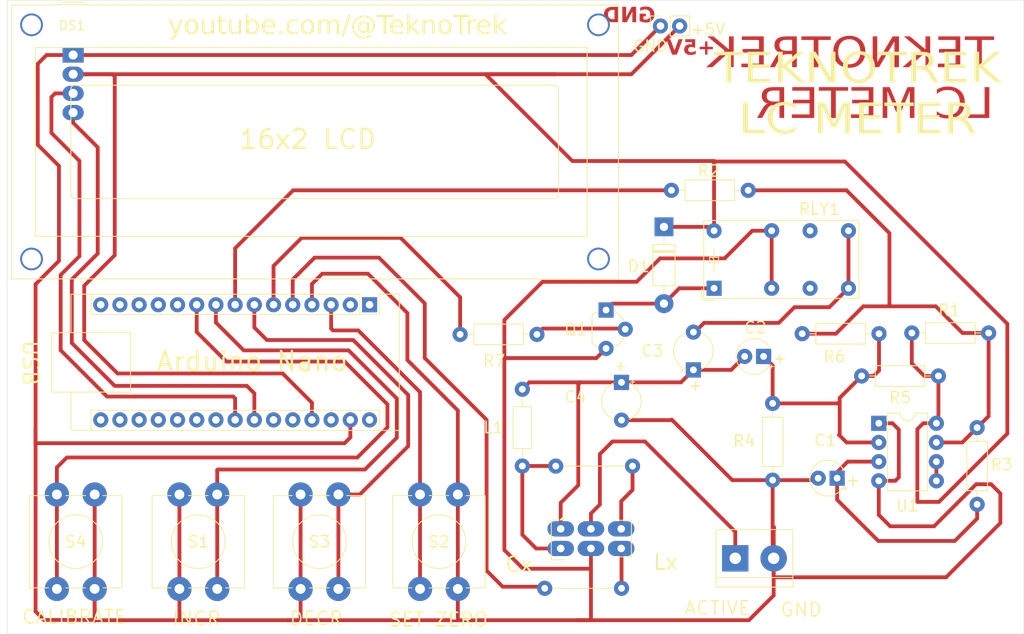
<source format=kicad_pcb>
(kicad_pcb (version 20241229) (generator "pcbnew") (generator_version "9.0")
  (layers (0 "F.Cu" signal) (2 "B.Cu" signal) (13 "F.Paste" user) (15 "B.Paste" user) (5 "F.SilkS" user "F.Silkscreen") (7 "B.SilkS" user "B.Silkscreen") (1 "F.Mask" user) (3 "B.Mask" user) (25 "Edge.Cuts" user))
  (net 0 "")
  (net 19 "Net-(A1-A5)")
  (net 20 "Net-(A1-+5V)")
  (net 21 "Net-(A1-A4)")
  (net 22 "Net-(A1-~{RESET}-Pad3)")
  (net 23 "GND")
  (net 24 "Net-(A1-D7)")
  (net 25 "Net-(A1-D6)")
  (net 26 "Net-(A1-D4)")
  (net 27 "Net-(U1--)")
  (net 28 "Net-(U1-+)")
  (net 29 "Net-(J1-Pin_1)")
  (net 30 "Net-(R1-Pad2)")
  (net 33 "Net-(U1-BAL)")
  (net 34 "Net-(D1-A)")
  (net 35 "Net-(Q1-B)")
  (net 36 "Net-(JP1-B)")
  (net 37 "Net-(JP1-A)")
  (net 38 "Net-(C2-Pad2)")
  (net 39 "Net-(A1-D3)")
  (net 40 "Net-(A1-D2)")
  (net 41 "Net-(C3-Pad2)")
  (net 42 "Net-(JP2-A)")
  (net 43 "Net-(A1-D5)")
  (footprint "My-Library:WC1602A-I2C" (layer "F.Cu") (at 79.0641 41.89)
    (property "Reference" "DS1" (at -0.1541 0.1 0) (layer "F.SilkS") (effects (font (size 1.2 1.2))))
    (property "Value" "WC1602A-I2C")
    (pad "" thru_hole circle (at -5.4991 0) (size 3 3) (drill 2.5) (layers "*.Cu" "*.Mask"))
    (pad "" thru_hole circle (at -5.4991 31.0007) (size 3 3) (drill 2.5) (layers "*.Cu" "*.Mask"))
    (pad "" thru_hole circle (at 69.49948 31.0007) (size 3 3) (drill 2.5) (layers "*.Cu" "*.Mask"))
    (pad "" thru_hole circle (at 69.5 0) (size 3 3) (drill 2.5) (layers "*.Cu" "*.Mask"))
    (pad "1" thru_hole rect (at 0 4 270) (size 2 2.8) (drill 1.2) (layers "*.Cu" "*.Mask") (net 23 "GND"))
    (pad "2" thru_hole oval (at 0 6.54 270) (size 2 2.8) (drill 1.2) (layers "*.Cu" "*.Mask") (net 20 "Net-(A1-+5V)"))
    (pad "3" thru_hole oval (at 0 9.08 270) (size 2 2.8) (drill 1.2) (layers "*.Cu" "*.Mask") (net 21 "Net-(A1-A4)"))
    (pad "4" thru_hole oval (at 0 11.62 270) (size 2 2.8) (drill 1.2) (layers "*.Cu" "*.Mask") (net 19 "Net-(A1-A5)"))
  )
  (footprint "Connector_PinSocket_2.54mm:PinSocket_1x02_P2.54mm_Vertical" (layer "F.Cu") (at 156.76 42.045 90)
    (property "Reference" "J2" (hide yes))
    (property "Value" "Power in")
    (pad "1" thru_hole circle (at 0 0 90) (size 2 2) (drill 1) (layers "*.Cu" "*.Mask") (net 23 "GND"))
    (pad "2" thru_hole circle (at 0 2.54 90) (size 2 2) (drill 1) (layers "*.Cu" "*.Mask") (net 20 "Net-(A1-+5V)"))
  )
  (footprint "Resistor_THT:R_Axial_DIN0207_L6.3mm_D2.5mm_P10.16mm_Horizontal" (layer "F.Cu") (at 151.61 116.49 180)
    (property "Reference" "JP2" (hide yes))
    (property "Value" "Jumper_2")
    (pad "1" thru_hole circle (at 0 0 270) (size 2 2) (drill 0.9) (layers "*.Cu" "*.Mask") (net 42 "Net-(JP2-A)"))
    (pad "2" thru_hole circle (at 10.16 0 270) (size 2 2) (drill 0.9) (layers "*.Cu" "*.Mask") (net 40 "Net-(A1-D2)"))
  )
  (footprint "Resistor_THT:R_Axial_DIN0207_L6.3mm_D2.5mm_P10.16mm_Horizontal" (layer "F.Cu") (at 185.67 82.78 180)
    (property "Reference" "R6" (at 5.9 -3.05 0) (layer "F.SilkS") (effects (font (size 1.5 1.5) (thickness 0.1875))))
    (property "Value" "100K")
    (pad "1" thru_hole circle (at 0 0 270) (size 2 2) (drill 0.9) (layers "*.Cu" "*.Mask") (net 28 "Net-(U1-+)"))
    (pad "2" thru_hole circle (at 10.16 0 270) (size 2 2) (drill 0.9) (layers "*.Cu" "*.Mask") (net 30 "Net-(R1-Pad2)"))
  )
  (footprint "Button_Switch_THT:SW_PUSH-12mm" (layer "F.Cu") (at 81.915 104.07 -90)
    (property "Reference" "S4" (at 6.25 2.5 180) (layer "F.SilkS") (effects (font (size 1.5 1.5) (thickness 0.1875))))
    (property "Value" "CALIBRATE")
    (pad "1" thru_hole circle (at 0 0 270) (size 3.2 3.2) (drill 1.3) (layers "*.Cu" "*.Mask") (net 23 "GND"))
    (pad "1" thru_hole circle (at 12.5 0 270) (size 3.2 3.2) (drill 1.3) (layers "*.Cu" "*.Mask") (net 23 "GND"))
    (pad "2" thru_hole circle (at 0 5 270) (size 3.2 3.2) (drill 1.3) (layers "*.Cu" "*.Mask") (net 24 "Net-(A1-D7)"))
    (pad "2" thru_hole circle (at 12.5 5 270) (size 3.2 3.2) (drill 1.3) (layers "*.Cu" "*.Mask") (net 24 "Net-(A1-D7)"))
  )
  (footprint "Capacitor_THT:CP_Radial_Tantal_D5.0mm_P5.00mm" (layer "F.Cu") (at 161.12 87.575113 90)
    (property "Reference" "C3" (at 2.525113 -5.42 180) (layer "F.SilkS") (effects (font (size 1.5 1.5) (thickness 0.1875))))
    (property "Value" "1nF")
    (pad "1" thru_hole rect (at 0 0 90) (size 2 2) (drill 0.9) (layers "*.Cu" "*.Mask") (net 38 "Net-(C2-Pad2)"))
    (pad "2" thru_hole circle (at 5 0 90) (size 2 2) (drill 0.9) (layers "*.Cu" "*.Mask") (net 41 "Net-(C3-Pad2)"))
  )
  (footprint "Button_Switch_THT:SW_PUSH-12mm" (layer "F.Cu") (at 93.125 116.57 90)
    (property "Reference" "S1" (at 6.25 2.5 180) (layer "F.SilkS") (effects (font (size 1.5 1.5) (thickness 0.1875))))
    (property "Value" "INCR")
    (pad "1" thru_hole circle (at 0 0 90) (size 3.2 3.2) (drill 1.3) (layers "*.Cu" "*.Mask") (net 23 "GND"))
    (pad "1" thru_hole circle (at 12.5 0 90) (size 3.2 3.2) (drill 1.3) (layers "*.Cu" "*.Mask") (net 23 "GND"))
    (pad "2" thru_hole circle (at 0 5 90) (size 3.2 3.2) (drill 1.3) (layers "*.Cu" "*.Mask") (net 25 "Net-(A1-D6)"))
    (pad "2" thru_hole circle (at 12.5 5 90) (size 3.2 3.2) (drill 1.3) (layers "*.Cu" "*.Mask") (net 25 "Net-(A1-D6)"))
  )
  (footprint "Resistor_THT:R_Axial_DIN0207_L6.3mm_D2.5mm_P10.16mm_Horizontal" (layer "F.Cu") (at 193.53 88.38 180)
    (property "Reference" "R5" (at 5.07 -2.85 0) (layer "F.SilkS") (effects (font (size 1.5 1.5) (thickness 0.1875))))
    (property "Value" "100K")
    (pad "1" thru_hole circle (at 0 0 270) (size 2 2) (drill 0.9) (layers "*.Cu" "*.Mask") (net 20 "Net-(A1-+5V)"))
    (pad "2" thru_hole circle (at 10.16 0 270) (size 2 2) (drill 0.9) (layers "*.Cu" "*.Mask") (net 28 "Net-(U1-+)"))
  )
  (footprint "Capacitor_THT:CP_Radial_Tantal_D5.0mm_P5.00mm" (layer "F.Cu") (at 151.605 89.224888 -90)
    (property "Reference" "C4" (at 1.935112 6.075 0) (layer "F.SilkS") (effects (font (size 1.5 1.5) (thickness 0.1875))))
    (property "Value" "1nF")
    (pad "1" thru_hole rect (at 0 0 270) (size 2 2) (drill 0.9) (layers "*.Cu" "*.Mask") (net 38 "Net-(C2-Pad2)"))
    (pad "2" thru_hole circle (at 5 0 270) (size 2 2) (drill 0.9) (layers "*.Cu" "*.Mask") (net 23 "GND"))
  )
  (footprint "Button_Switch_THT:SW_PUSH-12mm" (layer "F.Cu") (at 124.955 116.57 90)
    (property "Reference" "S2" (at 6.25 2.5 180) (layer "F.SilkS") (effects (font (size 1.5 1.5) (thickness 0.1875))))
    (property "Value" "SET ZERO")
    (pad "1" thru_hole circle (at 0 0 90) (size 3.2 3.2) (drill 1.3) (layers "*.Cu" "*.Mask") (net 22 "Net-(A1-~{RESET}-Pad3)"))
    (pad "1" thru_hole circle (at 12.5 0 90) (size 3.2 3.2) (drill 1.3) (layers "*.Cu" "*.Mask") (net 22 "Net-(A1-~{RESET}-Pad3)"))
    (pad "2" thru_hole circle (at 0 5 90) (size 3.2 3.2) (drill 1.3) (layers "*.Cu" "*.Mask") (net 23 "GND"))
    (pad "2" thru_hole circle (at 12.5 5 90) (size 3.2 3.2) (drill 1.3) (layers "*.Cu" "*.Mask") (net 23 "GND"))
  )
  (footprint "My-Library:TIANBO-HJR1-2CL-05V-footer" (layer "F.Cu") (at 163.85 76.77)
    (property "Reference" "RLY1" (at 13.91 -10.49 0) (layer "F.SilkS") (effects (font (size 1.5 1.5) (thickness 0.1875))))
    (property "Value" "5V/10mA")
    (pad "1" thru_hole circle (at 0 -7.62 90) (size 2 2) (drill 0.9) (layers "*.Cu" "*.Mask") (net 20 "Net-(A1-+5V)"))
    (pad "4" thru_hole circle (at 7.62 -7.62 90) (size 2 2) (drill 0.9) (layers "*.Cu" "*.Mask") (net 23 "GND"))
    (pad "6" thru_hole circle (at 12.7 -7.62 90) (size 2 2) (drill 0.9) (layers "*.Cu" "*.Mask"))
    (pad "8" thru_hole circle (at 17.78 -7.62 90) (size 2 2) (drill 0.9) (layers "*.Cu" "*.Mask") (net 41 "Net-(C3-Pad2)"))
    (pad "9" thru_hole circle (at 17.78 0 90) (size 2 2) (drill 0.9) (layers "*.Cu" "*.Mask") (net 41 "Net-(C3-Pad2)"))
    (pad "11" thru_hole circle (at 12.7 0 90) (size 2 2) (drill 0.9) (layers "*.Cu" "*.Mask"))
    (pad "13" thru_hole circle (at 7.62 0 90) (size 2 2) (drill 0.9) (layers "*.Cu" "*.Mask") (net 23 "GND"))
    (pad "16" thru_hole rect (at 0 0) (size 2 2) (drill 0.9) (layers "*.Cu" "*.Mask") (net 34 "Net-(D1-A)"))
  )
  (footprint "Package_TO_SOT_THT:TO-92_Wide" (layer "F.Cu") (at 149.56 79.65 -90)
    (property "Reference" "Q1" (at 2.57 3.98 180) (layer "F.SilkS") (effects (font (size 1.5 1.5) (thickness 0.1875))))
    (property "Value" "BC547")
    (pad "1" thru_hole rect (at 0 0 270) (size 2 2) (drill 0.9) (layers "*.Cu" "*.Mask") (net 34 "Net-(D1-A)"))
    (pad "2" thru_hole circle (at 2.54 -2.54) (size 2 2) (drill 0.9) (layers "*.Cu" "*.Mask") (net 35 "Net-(Q1-B)"))
    (pad "3" thru_hole circle (at 5.08 0) (size 2 2) (drill 0.9) (layers "*.Cu" "*.Mask") (net 23 "GND"))
  )
  (footprint "My-Library:SW_CK_" (layer "F.Cu") (at 147.565 111.2175)
    (property "Reference" "SW1" (hide yes))
    (property "Value" "SW_Slide_DPDT")
    (pad "1" thru_hole oval (at -4 -2.6) (size 3.5 2) (drill 1) (layers "*.Cu" "*.Mask") (net 38 "Net-(C2-Pad2)"))
    (pad "2" thru_hole oval (at 0 -2.6) (size 3.5 2) (drill 1) (layers "*.Cu" "*.Mask") (net 29 "Net-(J1-Pin_1)"))
    (pad "3" thru_hole oval (at 4 -2.6) (size 3.5 2) (drill 1) (layers "*.Cu" "*.Mask") (net 36 "Net-(JP1-B)"))
    (pad "4" thru_hole oval (at 4 0) (size 3.5 2) (drill 1) (layers "*.Cu" "*.Mask") (net 42 "Net-(JP2-A)"))
    (pad "5" thru_hole oval (at 0 0) (size 3.5 2) (drill 1) (layers "*.Cu" "*.Mask") (net 23 "GND"))
    (pad "6" thru_hole oval (at -4 0) (size 3.5 2) (drill 1) (layers "*.Cu" "*.Mask") (net 37 "Net-(JP1-A)"))
  )
  (footprint "Diode_THT:D_DO-41_SOD81_P10.16mm_Horizontal" (layer "F.Cu") (at 157.22 68.64 -90)
    (property "Reference" "D1" (at 5.23 3.34 180) (layer "F.SilkS") (effects (font (size 1.5 1.5) (thickness 0.1875))))
    (property "Value" "1N4007")
    (pad "1" thru_hole rect (at 0 0 270) (size 2.5 2.5) (drill 1.1) (layers "*.Cu" "*.Mask") (net 20 "Net-(A1-+5V)"))
    (pad "2" thru_hole circle (at 10.16 0 270) (size 2.5 2.5) (drill 1.1) (layers "*.Cu" "*.Mask") (net 34 "Net-(D1-A)"))
  )
  (footprint "Resistor_THT:R_Axial_DIN0207_L6.3mm_D2.5mm_P10.16mm_Horizontal" (layer "F.Cu") (at 190.01 82.69)
    (property "Reference" "R1" (at 4.95 -3.01 0) (layer "F.SilkS") (effects (font (size 1.5 1.5) (thickness 0.1875))))
    (property "Value" "4.7K")
    (pad "1" thru_hole circle (at 0 0 90) (size 2 2) (drill 0.9) (layers "*.Cu" "*.Mask") (net 20 "Net-(A1-+5V)"))
    (pad "2" thru_hole circle (at 10.16 0 90) (size 2 2) (drill 0.9) (layers "*.Cu" "*.Mask") (net 30 "Net-(R1-Pad2)"))
  )
  (footprint "Package_DIP:DIP-8_W7.62mm" (layer "F.Cu") (at 185.64 94.64)
    (property "Reference" "U1" (at 3.77 10.91 0) (layer "F.SilkS") (effects (font (size 1.5 1.5) (thickness 0.1875))))
    (property "Value" "LM311")
    (pad "1" thru_hole rect (at 0 0) (size 2 2) (drill 0.9) (layers "*.Cu" "*.Mask") (net 23 "GND"))
    (pad "2" thru_hole circle (at 0 2.54 90) (size 2 2) (drill 0.9) (layers "*.Cu" "*.Mask") (net 28 "Net-(U1-+)"))
    (pad "3" thru_hole circle (at 0 5.08 90) (size 2 2) (drill 0.9) (layers "*.Cu" "*.Mask") (net 27 "Net-(U1--)"))
    (pad "4" thru_hole circle (at 0 7.62 90) (size 2 2) (drill 0.9) (layers "*.Cu" "*.Mask") (net 23 "GND"))
    (pad "5" thru_hole circle (at 7.62 7.62 90) (size 2 2) (drill 0.9) (layers "*.Cu" "*.Mask") (net 33 "Net-(U1-BAL)"))
    (pad "6" thru_hole circle (at 7.62 5.08 90) (size 2 2) (drill 0.9) (layers "*.Cu" "*.Mask") (net 33 "Net-(U1-BAL)"))
    (pad "7" thru_hole circle (at 7.62 2.54 90) (size 2 2) (drill 0.9) (layers "*.Cu" "*.Mask") (net 30 "Net-(R1-Pad2)"))
    (pad "8" thru_hole circle (at 7.62 0 90) (size 2 2) (drill 0.9) (layers "*.Cu" "*.Mask") (net 20 "Net-(A1-+5V)"))
  )
  (footprint "Resistor_THT:R_Axial_DIN0207_L6.3mm_D2.5mm_P10.16mm_Horizontal" (layer "F.Cu") (at 142.905 100.31)
    (property "Reference" "JP1" (hide yes))
    (property "Value" "Jumper_2")
    (pad "1" thru_hole circle (at 0 0 90) (size 2 2) (drill 0.9) (layers "*.Cu" "*.Mask") (net 37 "Net-(JP1-A)"))
    (pad "2" thru_hole circle (at 10.16 0 90) (size 2 2) (drill 0.9) (layers "*.Cu" "*.Mask") (net 36 "Net-(JP1-B)"))
  )
  (footprint "Resistor_THT:R_Axial_DIN0207_L6.3mm_D2.5mm_P10.16mm_Horizontal" (layer "F.Cu") (at 140.42 82.88 180)
    (property "Reference" "R7" (at 5.66 -3.48 0) (layer "F.SilkS") (effects (font (size 1.5 1.5) (thickness 0.1875))))
    (property "Value" "1K")
    (pad "1" thru_hole circle (at 0 0 270) (size 2 2) (drill 0.9) (layers "*.Cu" "*.Mask") (net 35 "Net-(Q1-B)"))
    (pad "2" thru_hole circle (at 10.16 0 270) (size 2 2) (drill 0.9) (layers "*.Cu" "*.Mask") (net 39 "Net-(A1-D3)"))
  )
  (footprint "Capacitor_THT:CP_Radial_Tantal_D4.5mm_P2.50mm" (layer "F.Cu") (at 180.128856 101.91 180)
    (property "Reference" "C1" (at 1.568856 5.01 0) (layer "F.SilkS") (effects (font (size 1.5 1.5) (thickness 0.1875))))
    (property "Value" "10uF")
    (pad "1" thru_hole rect (at 0 0 180) (size 2 2) (drill 0.9) (layers "*.Cu" "*.Mask") (net 27 "Net-(U1--)"))
    (pad "2" thru_hole circle (at 2.5 0 270) (size 2 2) (drill 0.9) (layers "*.Cu" "*.Mask") (net 23 "GND"))
  )
  (footprint "Resistor_THT:R_Axial_DIN0207_L6.3mm_D2.5mm_P10.16mm_Horizontal" (layer "F.Cu") (at 198.65 105.38 90)
    (property "Reference" "R3" (at 5.25 3.25 180) (layer "F.SilkS") (effects (font (size 1.5 1.5) (thickness 0.1875))))
    (property "Value" "47K")
    (pad "1" thru_hole circle (at 0 0 180) (size 2 2) (drill 0.9) (layers "*.Cu" "*.Mask") (net 27 "Net-(U1--)"))
    (pad "2" thru_hole circle (at 10.16 0 180) (size 2 2) (drill 0.9) (layers "*.Cu" "*.Mask") (net 30 "Net-(R1-Pad2)"))
  )
  (footprint "Resistor_THT:R_Axial_DIN0207_L6.3mm_D2.5mm_P10.16mm_Horizontal" (layer "F.Cu") (at 171.6 92.01 -90)
    (property "Reference" "R4" (at 4.99 3.77 180) (layer "F.SilkS") (effects (font (size 1.5 1.5) (thickness 0.1875))))
    (property "Value" "100K")
    (pad "1" thru_hole circle (at 0 0) (size 2 2) (drill 0.9) (layers "*.Cu" "*.Mask") (net 28 "Net-(U1-+)"))
    (pad "2" thru_hole circle (at 10.16 0) (size 2 2) (drill 0.9) (layers "*.Cu" "*.Mask") (net 23 "GND"))
  )
  (footprint "Capacitor_THT:CP_Radial_Tantal_D4.5mm_P2.50mm" (layer "F.Cu") (at 170.398856 85.79 180)
    (property "Reference" "C2" (at 1.098856 3.82 0) (layer "F.SilkS") (effects (font (size 1.5 1.5) (thickness 0.1875))))
    (property "Value" "10uF")
    (pad "1" thru_hole rect (at 0 0 180) (size 2 2) (drill 0.9) (layers "*.Cu" "*.Mask") (net 28 "Net-(U1-+)"))
    (pad "2" thru_hole circle (at 2.5 0 270) (size 2 2) (drill 0.9) (layers "*.Cu" "*.Mask") (net 38 "Net-(C2-Pad2)"))
  )
  (footprint "Button_Switch_THT:SW_PUSH-12mm" (layer "F.Cu") (at 109.155 116.57 90)
    (property "Reference" "S3" (at 6.25 2.5 180) (layer "F.SilkS") (effects (font (size 1.5 1.5) (thickness 0.1875))))
    (property "Value" "DECR")
    (pad "1" thru_hole circle (at 0 0 90) (size 3.2 3.2) (drill 1.3) (layers "*.Cu" "*.Mask") (net 23 "GND"))
    (pad "1" thru_hole circle (at 12.5 0 90) (size 3.2 3.2) (drill 1.3) (layers "*.Cu" "*.Mask") (net 23 "GND"))
    (pad "2" thru_hole circle (at 0 5 90) (size 3.2 3.2) (drill 1.3) (layers "*.Cu" "*.Mask") (net 26 "Net-(A1-D4)"))
    (pad "2" thru_hole circle (at 12.5 5 90) (size 3.2 3.2) (drill 1.3) (layers "*.Cu" "*.Mask") (net 26 "Net-(A1-D4)"))
  )
  (footprint "TerminalBlock:TerminalBlock_bornier-2_P5.08mm" (layer "F.Cu") (at 166.655 112.52)
    (property "Reference" "J1" (hide yes))
    (property "Value" "Cx/Lx")
    (pad "1" thru_hole rect (at 0 0) (size 3.5 3.5) (drill 1.52) (layers "*.Cu" "*.Mask") (net 29 "Net-(J1-Pin_1)"))
    (pad "2" thru_hole circle (at 5.08 0) (size 3.5 3.5) (drill 1.52) (layers "*.Cu" "*.Mask") (net 23 "GND"))
  )
  (footprint "Resistor_THT:R_Axial_DIN0207_L6.3mm_D2.5mm_P10.16mm_Horizontal" (layer "F.Cu") (at 168.37 63.8 180)
    (property "Reference" "R2" (at 5.23 2.56 0) (layer "F.SilkS") (effects (font (size 1.5 1.5) (thickness 0.1875))))
    (property "Value" "6.8K")
    (pad "1" thru_hole circle (at 0 0 180) (size 2 2) (drill 0.9) (layers "*.Cu" "*.Mask") (net 30 "Net-(R1-Pad2)"))
    (pad "2" thru_hole circle (at 10.16 0 180) (size 2 2) (drill 0.9) (layers "*.Cu" "*.Mask") (net 43 "Net-(A1-D5)"))
  )
  (footprint "Module:Arduino_Nano" (layer "F.Cu") (at 118.275 78.95 -90)
    (property "Reference" "A1" (hide yes))
    (property "Value" "Arduino_Nano_v3.x")
    (fp_text user "USB" (at 7.71 44.875 270) (layer "F.SilkS") (effects (font (size 2 2) (thickness 0.25))))
    (pad "1" thru_hole rect (at 0 0 270) (size 2 2) (drill 1) (layers "*.Cu" "*.Mask"))
    (pad "2" thru_hole oval (at 0 2.54 270) (size 2 2) (drill 1) (layers "*.Cu" "*.Mask"))
    (pad "3" thru_hole oval (at 0 5.08 270) (size 2 2) (drill 1) (layers "*.Cu" "*.Mask") (net 22 "Net-(A1-~{RESET}-Pad3)"))
    (pad "4" thru_hole oval (at 0 7.62 270) (size 2 2) (drill 1) (layers "*.Cu" "*.Mask") (net 23 "GND"))
    (pad "5" thru_hole oval (at 0 10.16 270) (size 2 2) (drill 1) (layers "*.Cu" "*.Mask") (net 40 "Net-(A1-D2)"))
    (pad "6" thru_hole oval (at 0 12.7 270) (size 2 2) (drill 1) (layers "*.Cu" "*.Mask") (net 39 "Net-(A1-D3)"))
    (pad "7" thru_hole oval (at 0 15.24 270) (size 2 2) (drill 1) (layers "*.Cu" "*.Mask") (net 26 "Net-(A1-D4)"))
    (pad "8" thru_hole oval (at 0 17.78 270) (size 2 2) (drill 1) (layers "*.Cu" "*.Mask") (net 43 "Net-(A1-D5)"))
    (pad "9" thru_hole oval (at 0 20.32 270) (size 2 2) (drill 1) (layers "*.Cu" "*.Mask") (net 25 "Net-(A1-D6)"))
    (pad "10" thru_hole oval (at 0 22.86 270) (size 2 2) (drill 1) (layers "*.Cu" "*.Mask") (net 24 "Net-(A1-D7)"))
    (pad "11" thru_hole oval (at 0 25.4 270) (size 2 2) (drill 1) (layers "*.Cu" "*.Mask"))
    (pad "12" thru_hole oval (at 0 27.94 270) (size 2 2) (drill 1) (layers "*.Cu" "*.Mask"))
    (pad "13" thru_hole oval (at 0 30.48 270) (size 2 2) (drill 1) (layers "*.Cu" "*.Mask"))
    (pad "14" thru_hole oval (at 0 33.02 270) (size 2 2) (drill 1) (layers "*.Cu" "*.Mask"))
    (pad "15" thru_hole oval (at 0 35.56 270) (size 2 2) (drill 1) (layers "*.Cu" "*.Mask"))
    (pad "16" thru_hole oval (at 15.24 35.56 270) (size 2 2) (drill 1) (layers "*.Cu" "*.Mask"))
    (pad "17" thru_hole oval (at 15.24 33.02 270) (size 2 2) (drill 1) (layers "*.Cu" "*.Mask"))
    (pad "18" thru_hole oval (at 15.24 30.48 270) (size 2 2) (drill 1) (layers "*.Cu" "*.Mask"))
    (pad "19" thru_hole oval (at 15.24 27.94 270) (size 2 2) (drill 1) (layers "*.Cu" "*.Mask"))
    (pad "20" thru_hole oval (at 15.24 25.4 270) (size 2 2) (drill 1) (layers "*.Cu" "*.Mask"))
    (pad "21" thru_hole oval (at 15.24 22.86 270) (size 2 2) (drill 1) (layers "*.Cu" "*.Mask"))
    (pad "22" thru_hole oval (at 15.24 20.32 270) (size 2 2) (drill 1) (layers "*.Cu" "*.Mask"))
    (pad "23" thru_hole oval (at 15.24 17.78 270) (size 2 2) (drill 1) (layers "*.Cu" "*.Mask") (net 21 "Net-(A1-A4)"))
    (pad "24" thru_hole oval (at 15.24 15.24 270) (size 2 2) (drill 1) (layers "*.Cu" "*.Mask") (net 19 "Net-(A1-A5)"))
    (pad "25" thru_hole oval (at 15.24 12.7 270) (size 2 2) (drill 1) (layers "*.Cu" "*.Mask"))
    (pad "26" thru_hole oval (at 15.24 10.16 270) (size 2 2) (drill 1) (layers "*.Cu" "*.Mask"))
    (pad "27" thru_hole oval (at 15.24 7.62 270) (size 2 2) (drill 1) (layers "*.Cu" "*.Mask") (net 20 "Net-(A1-+5V)"))
    (pad "28" thru_hole oval (at 15.24 5.08 270) (size 2 2) (drill 1) (layers "*.Cu" "*.Mask"))
    (pad "29" thru_hole oval (at 15.24 2.54 270) (size 2 2) (drill 1) (layers "*.Cu" "*.Mask") (net 23 "GND"))
    (pad "30" thru_hole oval (at 15.24 0 270) (size 2 2) (drill 1) (layers "*.Cu" "*.Mask"))
  )
  (footprint "Inductor_THT:L_Axial_L5.3mm_D2.2mm_P10.16mm_Horizontal_Vishay_IM-1" (layer "F.Cu") (at 138.485 100.3 90)
    (property "Reference" "L1" (at 5.11 -3.825 180) (layer "F.SilkS") (effects (font (size 1.5 1.5) (thickness 0.1875))))
    (property "Value" "100uH")
    (pad "1" thru_hole circle (at 0 0 180) (size 2 2) (drill 0.9) (layers "*.Cu" "*.Mask") (net 37 "Net-(JP1-A)"))
    (pad "2" thru_hole circle (at 10.16 0 180) (size 2 2) (drill 0.9) (layers "*.Cu" "*.Mask") (net 38 "Net-(C2-Pad2)"))
  )
  (gr_rect (start 70.33 38.63) (end 204.83 122.525) (stroke (width 0.05)) (fill no) (layer "Edge.Cuts"))
  (gr_text "GND" (at 156.095 40.715 0) (layer "F.Cu") (effects (font (size 2 2) (thickness 0.25) (bold yes)) (justify left mirror)))
  (gr_text "TEKNOTREK\nLC METER" (at 200.88 49.2 0) (layer "F.Cu") (effects (font (size 4 4.5) (thickness 0.5)) (justify left mirror)))
  (gr_text "+5V" (at 163.99 46.18 0) (layer "F.Cu") (effects (font (size 2 2) (thickness 0.25) (bold yes)) (justify left bottom mirror)))
  (gr_text "youtube.com/@TeknoTrek" (at 91.6 43.54 0) (layer "F.SilkS") (effects (font (size 2.5 2.5) (thickness 0.125)) (justify left bottom)))
  (gr_text "CALIBRATE" (at 72.18 121.32 0) (layer "F.SilkS") (effects (font (size 1.8 1.8) (thickness 0.1875)) (justify left bottom)))
  (gr_text "Lx" (at 155.65 114.19 0) (layer "F.SilkS") (effects (font (size 2 2) (thickness 0.25)) (justify left bottom)))
  (gr_text "+" (at 181.191144 103.02 0) (layer "F.SilkS") (effects (font (size 1.5 1.5) (thickness 0.1875)) (justify left bottom)))
  (gr_text "INCR" (at 92.09 121.54 0) (layer "F.SilkS") (effects (font (size 1.8 1.8) (thickness 0.1875)) (justify left bottom)))
  (gr_text "+5V" (at 160.63 43.375 0) (layer "F.SilkS") (effects (font (size 1.5 1.5) (thickness 0.1875)) (justify left bottom)))
  (gr_text "GND" (at 153.01 45.59 0) (layer "F.SilkS") (effects (font (size 1.5 1.5) (thickness 0.1875)) (justify left bottom)))
  (gr_text "+" (at 160.33 90.46 0) (layer "F.SilkS") (effects (font (size 1.5 1.5) (thickness 0.1875)) (justify left bottom)))
  (gr_text "+" (at 171.461144 86.9 0) (layer "F.SilkS") (effects (font (size 1.5 1.5) (thickness 0.1875)) (justify left bottom)))
  (gr_text "16x2 LCD " (at 100.84 58.5 0) (layer "F.SilkS") (effects (font (size 2.5 2.5) (thickness 0.3125)) (justify left bottom)))
  (gr_text "+" (at 150.43 87.88 0) (layer "F.SilkS") (effects (font (size 1.5 1.5) (thickness 0.1875)) (justify left bottom)))
  (gr_text "SET ZERO" (at 120.67 121.7 0) (layer "F.SilkS") (effects (font (size 1.8 1.8) (thickness 0.225)) (justify left bottom)))
  (gr_text "Arduino Nano" (at 89.94 87.9 0) (layer "F.SilkS") (effects (font (size 2.5 2.5) (thickness 0.3125)) (justify left bottom)))
  (gr_text "DECR" (at 107.59 121.54 0) (layer "F.SilkS") (effects (font (size 1.8 1.8) (thickness 0.1875)) (justify left bottom)))
  (gr_text "Cx" (at 136.06 114.49 0) (layer "F.SilkS") (effects (font (size 2 2) (thickness 0.25)) (justify left bottom)))
  (gr_text "TEKNOTREK\nLC METER" (at 182.84 51.23 0) (layer "F.SilkS") (effects (font (size 4 4.5) (thickness 0.5))))
  (gr_text "GND" (at 172.51 120.38 0) (layer "F.SilkS") (effects (font (size 1.8 1.8) (thickness 0.1875)) (justify left bottom)))
  (gr_text "ACTIVE" (at 159.81 120.16 0) (layer "F.SilkS") (effects (font (size 1.8 1.8) (thickness 0.1875)) (justify left bottom)))
  (segment (start 103.035 90.68) (end 103.035 94.19) (width 0.5) (layer "F.Cu") (net 19))
  (segment (start 79.0641 53.51) (end 79.0641 54.8541) (width 0.5) (layer "F.Cu") (net 19))
  (segment (start 82.32 72.17) (end 78.89 75.6) (width 0.5) (layer "F.Cu") (net 19))
  (segment (start 84.565 89.69) (end 102.045 89.69) (width 0.5) (layer "F.Cu") (net 19))
  (segment (start 79.0641 54.8541) (end 82.32 58.11) (width 0.5) (layer "F.Cu") (net 19))
  (segment (start 102.045 89.69) (end 103.035 90.68) (width 0.5) (layer "F.Cu") (net 19))
  (segment (start 78.89 75.6) (end 78.89 84.015) (width 0.5) (layer "F.Cu") (net 19))
  (segment (start 82.32 58.11) (end 82.32 72.17) (width 0.5) (layer "F.Cu") (net 19))
  (segment (start 78.89 84.015) (end 84.565 89.69) (width 0.5) (layer "F.Cu") (net 19))
  (segment (start 80.53 76.43) (end 80.53 83.635) (width 0.5) (layer "F.Cu") (net 20))
  (segment (start 84.945 88.05) (end 106.78 88.05) (width 0.5) (layer "F.Cu") (net 20))
  (segment (start 110.655 91.925) (end 110.655 94.19) (width 0.5) (layer "F.Cu") (net 20))
  (segment (start 181.16 59.99) (end 163.85 59.99) (width 0.5) (layer "F.Cu") (net 20))
  (segment (start 190.74 95.42) (end 190.74 105.05) (width 0.5) (layer "F.Cu") (net 20))
  (segment (start 163.85 59.92) (end 145.1 59.92) (width 0.5) (layer "F.Cu") (net 20))
  (segment (start 145.1 59.92) (end 133.61 48.43) (width 0.5) (layer "F.Cu") (net 20))
  (segment (start 157.22 68.64) (end 163.34 68.64) (width 0.5) (layer "F.Cu") (net 20))
  (segment (start 193.53 94.37) (end 193.26 94.64) (width 0.5) (layer "F.Cu") (net 20))
  (segment (start 193.6 105.05) (end 202.64 96.01) (width 0.5) (layer "F.Cu") (net 20))
  (segment (start 193.53 88.38) (end 193.53 94.37) (width 0.5) (layer "F.Cu") (net 20))
  (segment (start 106.78 88.05) (end 110.655 91.925) (width 0.5) (layer "F.Cu") (net 20))
  (segment (start 202.64 81.47) (end 181.16 59.99) (width 0.5) (layer "F.Cu") (net 20))
  (segment (start 190.01 82.69) (end 190.01 86.72) (width 0.5) (layer "F.Cu") (net 20))
  (segment (start 79.0641 48.43) (end 84.27 48.43) (width 0.5) (layer "F.Cu") (net 20))
  (segment (start 191.67 88.38) (end 193.53 88.38) (width 0.5) (layer "F.Cu") (net 20))
  (segment (start 84.57 72.39) (end 80.53 76.43) (width 0.5) (layer "F.Cu") (net 20))
  (segment (start 191.52 94.64) (end 190.74 95.42) (width 0.5) (layer "F.Cu") (net 20))
  (segment (start 159.3 42.045) (end 152.915 48.43) (width 0.5) (layer "F.Cu") (net 20))
  (segment (start 163.85 69.15) (end 163.85 59.92) (width 0.5) (layer "F.Cu") (net 20))
  (segment (start 152.915 48.43) (end 142.91 48.43) (width 0.5) (layer "F.Cu") (net 20))
  (segment (start 163.34 68.64) (end 163.85 69.15) (width 0.5) (layer "F.Cu") (net 20))
  (segment (start 80.53 83.635) (end 84.945 88.05) (width 0.5) (layer "F.Cu") (net 20))
  (segment (start 84.57 48.73) (end 84.57 72.39) (width 0.5) (layer "F.Cu") (net 20))
  (segment (start 190.01 86.72) (end 191.67 88.38) (width 0.5) (layer "F.Cu") (net 20))
  (segment (start 133.61 48.43) (end 142.91 48.43) (width 0.5) (layer "F.Cu") (net 20))
  (segment (start 190.74 105.05) (end 193.6 105.05) (width 0.5) (layer "F.Cu") (net 20))
  (segment (start 142.91 48.43) (end 79.0641 48.43) (width 0.5) (layer "F.Cu") (net 20))
  (segment (start 84.27 48.43) (end 84.57 48.73) (width 0.5) (layer "F.Cu") (net 20))
  (segment (start 202.64 96.01) (end 202.64 81.47) (width 0.5) (layer "F.Cu") (net 20))
  (segment (start 193.26 94.64) (end 191.52 94.64) (width 0.5) (layer "F.Cu") (net 20))
  (segment (start 77.42 75) (end 79.9 72.52) (width 0.5) (layer "F.Cu") (net 21))
  (segment (start 100.495 94.19) (end 100.495 91.35) (width 0.5) (layer "F.Cu") (net 21))
  (segment (start 76.68 50.97) (end 79.0641 50.97) (width 0.5) (layer "F.Cu") (net 21))
  (segment (start 100.245 91.1) (end 83.545 91.1) (width 0.5) (layer "F.Cu") (net 21))
  (segment (start 79.9 72.52) (end 79.9 59.91) (width 0.5) (layer "F.Cu") (net 21))
  (segment (start 83.545 91.1) (end 77.42 84.975) (width 0.5) (layer "F.Cu") (net 21))
  (segment (start 76.19 56.2) (end 76.19 51.46) (width 0.5) (layer "F.Cu") (net 21))
  (segment (start 79.9 59.91) (end 76.19 56.2) (width 0.5) (layer "F.Cu") (net 21))
  (segment (start 76.19 51.46) (end 76.68 50.97) (width 0.5) (layer "F.Cu") (net 21))
  (segment (start 77.42 84.975) (end 77.42 75) (width 0.5) (layer "F.Cu") (net 21))
  (segment (start 100.495 91.35) (end 100.245 91.1) (width 0.5) (layer "F.Cu") (net 21))
  (segment (start 124.955 104.07) (end 124.955 116.57) (width 0.5) (layer "F.Cu") (net 22))
  (segment (start 113.195 82.1) (end 113.445 82.35) (width 0.5) (layer "F.Cu") (net 22))
  (segment (start 124.955 90.52) (end 124.955 104.07) (width 0.5) (layer "F.Cu") (net 22))
  (segment (start 116.785 82.35) (end 124.955 90.52) (width 0.5) (layer "F.Cu") (net 22))
  (segment (start 113.445 82.35) (end 116.785 82.35) (width 0.5) (layer "F.Cu") (net 22))
  (segment (start 113.195 78.95) (end 113.195 82.1) (width 0.5) (layer "F.Cu") (net 22))
  (segment (start 93.125 116.57) (end 93.125 104.07) (width 0.5) (layer "F.Cu") (net 23))
  (segment (start 93.125 120.71) (end 107.375 120.71) (width 0.5) (layer "F.Cu") (net 23))
  (segment (start 107.375 120.71) (end 109.185 120.71) (width 0.5) (layer "F.Cu") (net 23))
  (segment (start 128.265 120.71) (end 107.375 120.71) (width 0.5) (layer "F.Cu") (net 23))
  (segment (start 201.72 107.85) (end 194.54 115.03) (width 0.5) (layer "F.Cu") (net 23))
  (segment (start 156.76 42.045) (end 152.915 45.89) (width 0.5) (layer "F.Cu") (net 23))
  (segment (start 81.915 104.07) (end 81.915 116.57) (width 0.5) (layer "F.Cu") (net 23))
  (segment (start 171.735 117.435) (end 168.46 120.71) (width 0.5) (layer "F.Cu") (net 23))
  (segment (start 198.52 102.71) (end 200.5 102.71) (width 0.5) (layer "F.Cu") (net 23))
  (segment (start 112.02 74.84) (end 118.07 74.84) (width 0.5) (layer "F.Cu") (net 23))
  (segment (start 177.368856 102.17) (end 177.628856 101.91) (width 0.5) (layer "F.Cu") (net 23))
  (segment (start 171.735 112.52) (end 171.735 117.435) (width 0.5) (layer "F.Cu") (net 23))
  (segment (start 171.6 102.17) (end 171.6 112.385) (width 0.5) (layer "F.Cu") (net 23))
  (segment (start 129.955 104.07) (end 129.955 116.57) (width 0.5) (layer "F.Cu") (net 23))
  (segment (start 171.735 109.965) (end 171.735 112.52) (width 0.5) (layer "F.Cu") (net 23))
  (segment (start 114.97 97.28) (end 74.1 97.28) (width 0.5) (layer "F.Cu") (net 23))
  (segment (start 147.565 114.57) (end 147.565 111.2175) (width 0.5) (layer "F.Cu") (net 23))
  (segment (start 165.25 72.81) (end 156.71 72.81) (width 0.5) (layer "F.Cu") (net 23))
  (segment (start 185.64 102.26) (end 185.64 106.77) (width 0.5) (layer "F.Cu") (net 23))
  (segment (start 136.11 111.42) (end 138.59 113.9) (width 0.5) (layer "F.Cu") (net 23))
  (segment (start 187.82 102.26) (end 185.64 102.26) (width 0.5) (layer "F.Cu") (net 23))
  (segment (start 147.565 120.71) (end 147.565 114.57) (width 0.5) (layer "F.Cu") (net 23))
  (segment (start 115.735 96.515) (end 114.97 97.28) (width 0.5) (layer "F.Cu") (net 23))
  (segment (start 138.59 113.9) (end 147.545 113.9) (width 0.5) (layer "F.Cu") (net 23))
  (segment (start 136.11 86.01) (end 136.11 111.42) (width 0.5) (layer "F.Cu") (net 23))
  (segment (start 166.26 102.17) (end 158.24 94.15) (width 0.5) (layer "F.Cu") (net 23))
  (segment (start 74.1 119.56) (end 75.22 120.68) (width 0.5) (layer "F.Cu") (net 23))
  (segment (start 171.47 69.15) (end 171.47 76.77) (width 0.5) (layer "F.Cu") (net 23))
  (segment (start 171.785 108.74) (end 171.735 108.79) (width 0.5) (layer "F.Cu") (net 23))
  (segment (start 192.95 108.28) (end 198.52 102.71) (width 0.5) (layer "F.Cu") (net 23))
  (segment (start 141.16 75.91) (end 136.11 80.96) (width 0.5) (layer "F.Cu") (net 23))
  (segment (start 109.155 104.07) (end 109.155 116.57) (width 0.5) (layer "F.Cu") (net 23))
  (segment (start 123.28 80.05) (end 123.28 86.27) (width 0.5) (layer "F.Cu") (net 23))
  (segment (start 171.735 115.03) (end 171.735 112.52) (width 0.5) (layer "F.Cu") (net 23))
  (segment (start 147.545 113.9) (end 147.565 113.88) (width 0.5) (layer "F.Cu") (net 23))
  (segment (start 79.0641 45.89) (end 75.55 45.89) (width 0.5) (layer "F.Cu") (net 23))
  (segment (start 148.28 86.01) (end 136.11 86.01) (width 0.5) (layer "F.Cu") (net 23))
  (segment (start 171.785 108.39) (end 171.785 108.74) (width 0.5) (layer "F.Cu") (net 23))
  (segment (start 149.56 84.73) (end 148.28 86.01) (width 0.5) (layer "F.Cu") (net 23))
  (segment (start 201.72 103.93) (end 201.72 107.85) (width 0.5) (layer "F.Cu") (net 23))
  (segment (start 77.19 73.14) (end 74.1 76.23) (width 0.5) (layer "F.Cu") (net 23))
  (segment (start 118.07 74.84) (end 123.28 80.05) (width 0.5) (layer "F.Cu") (net 23))
  (segment (start 187.45 94.64) (end 188.29 95.48) (width 0.5) (layer "F.Cu") (net 23))
  (segment (start 171.47 69.15) (end 168.91 69.15) (width 0.5) (layer "F.Cu") (net 23))
  (segment (start 129.955 92.945) (end 129.955 104.07) (width 0.5) (layer "F.Cu") (net 23))
  (segment (start 152.915 45.89) (end 79.0641 45.89) (width 0.5) (layer "F.Cu") (net 23))
  (segment (start 74.1 76.23) (end 74.1 95.4) (width 0.5) (layer "F.Cu") (net 23))
  (segment (start 145.735 120.71) (end 147.565 120.71) (width 0.5) (layer "F.Cu") (net 23))
  (segment (start 129.955 116.57) (end 129.955 120.635) (width 0.5) (layer "F.Cu") (net 23))
  (segment (start 110.655 78.95) (end 110.655 76.205) (width 0.5) (layer "F.Cu") (net 23))
  (segment (start 109.185 120.71) (end 109.155 120.68) (width 0.5) (layer "F.Cu") (net 23))
  (segment (start 171.6 112.385) (end 171.735 112.52) (width 0.5) (layer "F.Cu") (net 23))
  (segment (start 75.22 120.68) (end 81.915 120.68) (width 0.5) (layer "F.Cu") (net 23))
  (segment (start 115.735 94.19) (end 115.735 96.515) (width 0.5) (layer "F.Cu") (net 23))
  (segment (start 74.39 57.77) (end 77.19 60.57) (width 0.5) (layer "F.Cu") (net 23))
  (segment (start 185.64 94.64) (end 187.45 94.64) (width 0.5) (layer "F.Cu") (net 23))
  (segment (start 74.39 47.05) (end 74.39 57.77) (width 0.5) (layer "F.Cu") (net 23))
  (segment (start 81.915 116.57) (end 81.915 120.775) (width 0.5) (layer "F.Cu") (net 23))
  (segment (start 171.6 102.17) (end 166.26 102.17) (width 0.5) (layer "F.Cu") (net 23))
  (segment (start 158.24 94.15) (end 158.165112 94.224888) (width 0.5) (layer "F.Cu") (net 23))
  (segment (start 200.5 102.71) (end 201.72 103.93) (width 0.5) (layer "F.Cu") (net 23))
  (segment (start 81.915 120.775) (end 81.98 120.71) (width 0.5) (layer "F.Cu") (net 23))
  (segment (start 153.61 75.91) (end 141.16 75.91) (width 0.5) (layer "F.Cu") (net 23))
  (segment (start 168.46 120.71) (end 145.735 120.71) (width 0.5) (layer "F.Cu") (net 23))
  (segment (start 110.655 76.205) (end 112.02 74.84) (width 0.5) (layer "F.Cu") (net 23))
  (segment (start 187.15 108.28) (end 192.95 108.28) (width 0.5) (layer "F.Cu") (net 23))
  (segment (start 93.125 116.57) (end 93.125 120.71) (width 0.5) (layer "F.Cu") (net 23))
  (segment (start 129.88 120.71) (end 128.265 120.71) (width 0.5) (layer "F.Cu") (net 23))
  (segment (start 158.165112 94.224888) (end 151.605 94.224888) (width 0.5) (layer "F.Cu") (net 23))
  (segment (start 188.29 95.48) (end 188.29 101.79) (width 0.5) (layer "F.Cu") (net 23))
  (segment (start 171.735 108.79) (end 171.735 112.52) (width 0.5) (layer "F.Cu") (net 23))
  (segment (start 74.1 97.28) (end 74.1 95.4) (width 0.5) (layer "F.Cu") (net 23))
  (segment (start 81.915 120.68) (end 81.915 116.57) (width 0.5) (layer "F.Cu") (net 23))
  (segment (start 185.64 106.77) (end 187.15 108.28) (width 0.5) (layer "F.Cu") (net 23))
  (segment (start 171.6 102.17) (end 177.368856 102.17) (width 0.5) (layer "F.Cu") (net 23))
  (segment (start 128.265 120.71) (end 145.735 120.71) (width 0.5) (layer "F.Cu") (net 23))
  (segment (start 77.19 60.57) (end 77.19 73.14) (width 0.5) (layer "F.Cu") (net 23))
  (segment (start 194.54 115.03) (end 171.735 115.03) (width 0.5) (layer "F.Cu") (net 23))
  (segment (start 168.91 69.15) (end 165.25 72.81) (width 0.5) (layer "F.Cu") (net 23))
  (segment (start 188.29 101.79) (end 187.82 102.26) (width 0.5) (layer "F.Cu") (net 23))
  (segment (start 81.98 120.71) (end 93.125 120.71) (width 0.5) (layer "F.Cu") (net 23))
  (segment (start 123.28 86.27) (end 129.955 92.945) (width 0.5) (layer "F.Cu") (net 23))
  (segment (start 136.11 80.96) (end 136.11 86.01) (width 0.5) (layer "F.Cu") (net 23))
  (segment (start 129.955 120.635) (end 129.88 120.71) (width 0.5) (layer "F.Cu") (net 23))
  (segment (start 75.55 45.89) (end 74.39 47.05) (width 0.5) (layer "F.Cu") (net 23))
  (segment (start 156.71 72.81) (end 153.61 75.91) (width 0.5) (layer "F.Cu") (net 23))
  (segment (start 109.155 120.68) (end 109.155 116.57) (width 0.5) (layer "F.Cu") (net 23))
  (segment (start 74.1 95.4) (end 74.1 119.56) (width 0.5) (layer "F.Cu") (net 23))
  (segment (start 114.975 86.47) (end 120.645 92.14) (width 0.5) (layer "F.Cu") (net 24))
  (segment (start 95.415 78.95) (end 95.415 82.56) (width 0.5) (layer "F.Cu") (net 24))
  (segment (start 120.645 92.14) (end 120.645 95.19) (width 0.5) (layer "F.Cu") (net 24))
  (segment (start 95.415 82.56) (end 99.325 86.47) (width 0.5) (layer "F.Cu") (net 24))
  (segment (start 76.915 100.49) (end 76.915 104.07) (width 0.5) (layer "F.Cu") (net 24))
  (segment (start 116.665 99.17) (end 78.235 99.17) (width 0.5) (layer "F.Cu") (net 24))
  (segment (start 76.915 104.07) (end 76.915 116.57) (width 0.5) (layer "F.Cu") (net 24))
  (segment (start 120.645 95.19) (end 116.665 99.17) (width 0.5) (layer "F.Cu") (net 24))
  (segment (start 99.325 86.47) (end 114.975 86.47) (width 0.5) (layer "F.Cu") (net 24))
  (segment (start 78.235 99.17) (end 76.915 100.49) (width 0.5) (layer "F.Cu") (net 24))
  (segment (start 121.885 91.37) (end 121.885 96.545) (width 0.5) (layer "F.Cu") (net 25))
  (segment (start 97.955 81.31) (end 101.635 84.99) (width 0.5) (layer "F.Cu") (net 25))
  (segment (start 98.125 104.07) (end 98.125 116.57) (width 0.5) (layer "F.Cu") (net 25))
  (segment (start 121.885 96.545) (end 117.67 100.76) (width 0.5) (layer "F.Cu") (net 25))
  (segment (start 115.505 84.99) (end 121.885 91.37) (width 0.5) (layer "F.Cu") (net 25))
  (segment (start 98.125 100.82) (end 98.125 104.07) (width 0.5) (layer "F.Cu") (net 25))
  (segment (start 98.185 100.76) (end 98.125 100.82) (width 0.5) (layer "F.Cu") (net 25))
  (segment (start 97.955 78.95) (end 97.955 81.31) (width 0.5) (layer "F.Cu") (net 25))
  (segment (start 101.635 84.99) (end 115.505 84.99) (width 0.5) (layer "F.Cu") (net 25))
  (segment (start 117.67 100.76) (end 98.185 100.76) (width 0.5) (layer "F.Cu") (net 25))
  (segment (start 103.035 78.95) (end 103.035 81.96) (width 0.5) (layer "F.Cu") (net 26))
  (segment (start 103.035 81.96) (end 104.695 83.62) (width 0.5) (layer "F.Cu") (net 26))
  (segment (start 116.115 83.62) (end 123.385 90.89) (width 0.5) (layer "F.Cu") (net 26))
  (segment (start 114.155 104.07) (end 114.155 116.57) (width 0.5) (layer "F.Cu") (net 26))
  (segment (start 116.99 104.07) (end 114.155 104.07) (width 0.5) (layer "F.Cu") (net 26))
  (segment (start 123.385 90.89) (end 123.385 97.675) (width 0.5) (layer "F.Cu") (net 26))
  (segment (start 123.385 97.675) (end 116.99 104.07) (width 0.5) (layer "F.Cu") (net 26))
  (segment (start 104.695 83.62) (end 116.115 83.62) (width 0.5) (layer "F.Cu") (net 26))
  (segment (start 180.128856 101.111144) (end 181.52 99.72) (width 0.5) (layer "F.Cu") (net 27))
  (segment (start 181.52 99.72) (end 185.64 99.72) (width 0.5) (layer "F.Cu") (net 27))
  (segment (start 195.69 110.22) (end 185.58 110.22) (width 0.5) (layer "F.Cu") (net 27))
  (segment (start 198.65 105.38) (end 198.65 107.26) (width 0.5) (layer "F.Cu") (net 27))
  (segment (start 180.128856 104.768856) (end 180.128856 101.91) (width 0.5) (layer "F.Cu") (net 27))
  (segment (start 185.58 110.22) (end 180.128856 104.768856) (width 0.5) (layer "F.Cu") (net 27))
  (segment (start 198.65 107.26) (end 195.69 110.22) (width 0.5) (layer "F.Cu") (net 27))
  (segment (start 180.128856 101.91) (end 180.128856 101.111144) (width 0.5) (layer "F.Cu") (net 27))
  (segment (start 180.47 91.28) (end 180.47 91.77) (width 0.5) (layer "F.Cu") (net 28))
  (segment (start 171.6 92.01) (end 180.23 92.01) (width 0.5) (layer "F.Cu") (net 28))
  (segment (start 185.67 87.66) (end 184.95 88.38) (width 0.5) (layer "F.Cu") (net 28))
  (segment (start 183.37 88.38) (end 180.47 91.28) (width 0.5) (layer "F.Cu") (net 28))
  (segment (start 180.38 96.18) (end 181.38 97.18) (width 0.5) (layer "F.Cu") (net 28))
  (segment (start 171.6 92.01) (end 171.6 86.991144) (width 0.5) (layer "F.Cu") (net 28))
  (segment (start 185.67 82.78) (end 185.67 87.66) (width 0.5) (layer "F.Cu") (net 28))
  (segment (start 181.38 97.18) (end 185.64 97.18) (width 0.5) (layer "F.Cu") (net 28))
  (segment (start 180.47 91.77) (end 180.47 96.09) (width 0.5) (layer "F.Cu") (net 28))
  (segment (start 180.23 92.01) (end 180.47 91.77) (width 0.5) (layer "F.Cu") (net 28))
  (segment (start 171.6 86.991144) (end 170.398856 85.79) (width 0.5) (layer "F.Cu") (net 28))
  (segment (start 184.95 88.38) (end 183.37 88.38) (width 0.5) (layer "F.Cu") (net 28))
  (segment (start 180.47 96.09) (end 180.38 96.18) (width 0.5) (layer "F.Cu") (net 28))
  (segment (start 147.565 108.6175) (end 147.565 106.58) (width 0.5) (layer "F.Cu") (net 29))
  (segment (start 154.705 97.05) (end 166.655 109) (width 0.5) (layer "F.Cu") (net 29))
  (segment (start 148.745 98.72) (end 150.415 97.05) (width 0.5) (layer "F.Cu") (net 29))
  (segment (start 166.655 109) (end 166.655 112.52) (width 0.5) (layer "F.Cu") (net 29))
  (segment (start 150.415 97.05) (end 154.705 97.05) (width 0.5) (layer "F.Cu") (net 29))
  (segment (start 148.745 105.4) (end 148.745 98.72) (width 0.5) (layer "F.Cu") (net 29))
  (segment (start 147.565 106.58) (end 148.745 105.4) (width 0.5) (layer "F.Cu") (net 29))
  (segment (start 175.51 82.78) (end 179.97 82.78) (width 0.5) (layer "F.Cu") (net 30))
  (segment (start 200.17 93.7) (end 198.65 95.22) (width 0.5) (layer "F.Cu") (net 30))
  (segment (start 200.16 82.83) (end 200.17 82.84) (width 0.5) (layer "F.Cu") (net 30))
  (segment (start 179.97 82.78) (end 183.59 79.16) (width 0.5) (layer "F.Cu") (net 30))
  (segment (start 196.71 82.69) (end 200.17 82.69) (width 0.5) (layer "F.Cu") (net 30))
  (segment (start 193.18 79.16) (end 196.71 82.69) (width 0.5) (layer "F.Cu") (net 30))
  (segment (start 183.59 79.16) (end 187.05 79.16) (width 0.5) (layer "F.Cu") (net 30))
  (segment (start 198.65 95.22) (end 196.69 97.18) (width 0.5) (layer "F.Cu") (net 30))
  (segment (start 187.05 69.48) (end 187.05 79.16) (width 0.5) (layer "F.Cu") (net 30))
  (segment (start 200.17 82.84) (end 200.17 82.69) (width 0.5) (layer "F.Cu") (net 30))
  (segment (start 181.37 63.8) (end 187.05 69.48) (width 0.5) (layer "F.Cu") (net 30))
  (segment (start 187.05 79.16) (end 193.18 79.16) (width 0.5) (layer "F.Cu") (net 30))
  (segment (start 196.69 97.18) (end 193.26 97.18) (width 0.5) (layer "F.Cu") (net 30))
  (segment (start 168.37 63.8) (end 181.37 63.8) (width 0.5) (layer "F.Cu") (net 30))
  (segment (start 200.17 82.69) (end 200.17 93.7) (width 0.5) (layer "F.Cu") (net 30))
  (segment (start 193.26 99.72) (end 193.26 102.26) (width 0.5) (layer "F.Cu") (net 33))
  (segment (start 149.56 79.65) (end 150.41 78.8) (width 0.5) (layer "F.Cu") (net 34))
  (segment (start 150.41 78.8) (end 157.22 78.8) (width 0.5) (layer "F.Cu") (net 34))
  (segment (start 159.25 76.77) (end 157.22 78.8) (width 0.5) (layer "F.Cu") (net 34))
  (segment (start 163.85 76.77) (end 159.25 76.77) (width 0.5) (layer "F.Cu") (net 34))
  (segment (start 152.01 82.1) (end 152.1 82.19) (width 0.5) (layer "F.Cu") (net 35))
  (segment (start 140.42 82.88) (end 140.42 82.87) (width 0.5) (layer "F.Cu") (net 35))
  (segment (start 140.42 82.87) (end 141.19 82.1) (width 0.5) (layer "F.Cu") (net 35))
  (segment (start 141.19 82.1) (end 152.01 82.1) (width 0.5) (layer "F.Cu") (net 35))
  (segment (start 153.065 100.31) (end 153.065 103.47) (width 0.5) (layer "F.Cu") (net 36))
  (segment (start 153.065 103.47) (end 151.565 104.97) (width 0.5) (layer "F.Cu") (net 36))
  (segment (start 151.565 104.97) (end 151.565 108.6175) (width 0.5) (layer "F.Cu") (net 36))
  (segment (start 138.485 100.3) (end 138.485 109.395) (width 0.5) (layer "F.Cu") (net 37))
  (segment (start 142.895 100.3) (end 142.905 100.31) (width 0.5) (layer "F.Cu") (net 37))
  (segment (start 140.3075 111.2175) (end 143.565 111.2175) (width 0.5) (layer "F.Cu") (net 37))
  (segment (start 138.485 109.395) (end 140.3075 111.2175) (width 0.5) (layer "F.Cu") (net 37))
  (segment (start 138.485 100.3) (end 142.895 100.3) (width 0.5) (layer "F.Cu") (net 37))
  (segment (start 151.605 89.224888) (end 146.16 89.224888) (width 0.5) (layer "F.Cu") (net 38))
  (segment (start 143.565 108.6175) (end 143.565 105.17) (width 0.5) (layer "F.Cu") (net 38))
  (segment (start 166.113743 87.575113) (end 167.898856 85.79) (width 0.5) (layer "F.Cu") (net 38))
  (segment (start 145.885 89.499888) (end 146.16 89.224888) (width 0.5) (layer "F.Cu") (net 38))
  (segment (start 146.16 89.224888) (end 139.400112 89.224888) (width 0.5) (layer "F.Cu") (net 38))
  (segment (start 151.605 89.224888) (end 159.470225 89.224888) (width 0.5) (layer "F.Cu") (net 38))
  (segment (start 145.885 102.85) (end 145.885 89.499888) (width 0.5) (layer "F.Cu") (net 38))
  (segment (start 139.400112 89.224888) (end 138.485 90.14) (width 0.5) (layer "F.Cu") (net 38))
  (segment (start 159.470225 89.224888) (end 161.12 87.575113) (width 0.5) (layer "F.Cu") (net 38))
  (segment (start 161.12 87.575113) (end 166.113743 87.575113) (width 0.5) (layer "F.Cu") (net 38))
  (segment (start 143.565 105.17) (end 145.885 102.85) (width 0.5) (layer "F.Cu") (net 38))
  (segment (start 109.3 70.09) (end 105.575 73.815) (width 0.5) (layer "F.Cu") (net 39))
  (segment (start 130.26 82.88) (end 130.26 77.96) (width 0.5) (layer "F.Cu") (net 39))
  (segment (start 122.39 70.09) (end 109.3 70.09) (width 0.5) (layer "F.Cu") (net 39))
  (segment (start 105.575 73.815) (end 105.575 78.95) (width 0.5) (layer "F.Cu") (net 39))
  (segment (start 130.26 77.96) (end 122.39 70.09) (width 0.5) (layer "F.Cu") (net 39))
  (segment (start 119.52 72.71) (end 111.01 72.71) (width 0.5) (layer "F.Cu") (net 40))
  (segment (start 141.45 116.49) (end 141.24 116.28) (width 0.5) (layer "F.Cu") (net 40))
  (segment (start 135.89 116.28) (end 133.76 114.15) (width 0.5) (layer "F.Cu") (net 40))
  (segment (start 111.01 72.71) (end 108.115 75.605) (width 0.5) (layer "F.Cu") (net 40))
  (segment (start 133.76 94.18) (end 125.58 86) (width 0.5) (layer "F.Cu") (net 40))
  (segment (start 125.58 86) (end 125.58 78.77) (width 0.5) (layer "F.Cu") (net 40))
  (segment (start 108.115 75.605) (end 108.115 78.95) (width 0.5) (layer "F.Cu") (net 40))
  (segment (start 133.76 114.15) (end 133.76 94.18) (width 0.5) (layer "F.Cu") (net 40))
  (segment (start 141.24 116.28) (end 135.89 116.28) (width 0.5) (layer "F.Cu") (net 40))
  (segment (start 125.58 78.77) (end 119.52 72.71) (width 0.5) (layer "F.Cu") (net 40))
  (segment (start 181.6 76.77) (end 179.1 79.27) (width 0.5) (layer "F.Cu") (net 41))
  (segment (start 172.41 81.35) (end 162.53 81.35) (width 0.5) (layer "F.Cu") (net 41))
  (segment (start 181.63 69.15) (end 181.63 76.77) (width 0.5) (layer "F.Cu") (net 41))
  (segment (start 162.53 81.35) (end 161.304887 82.575113) (width 0.5) (layer "F.Cu") (net 41))
  (segment (start 179.1 79.27) (end 174.49 79.27) (width 0.5) (layer "F.Cu") (net 41))
  (segment (start 161.304887 82.575113) (end 161.12 82.575113) (width 0.5) (layer "F.Cu") (net 41))
  (segment (start 174.49 79.27) (end 172.41 81.35) (width 0.5) (layer "F.Cu") (net 41))
  (segment (start 181.63 76.77) (end 181.6 76.77) (width 0.5) (layer "F.Cu") (net 41))
  (segment (start 151.565 111.2175) (end 151.61 111.2625) (width 0.5) (layer "F.Cu") (net 42))
  (segment (start 151.61 111.2625) (end 151.61 116.49) (width 0.5) (layer "F.Cu") (net 42))
  (segment (start 100.495 71.475) (end 100.495 78.95) (width 0.5) (layer "F.Cu") (net 43))
  (segment (start 158.21 63.8) (end 108.17 63.8) (width 0.5) (layer "F.Cu") (net 43))
  (segment (start 108.17 63.8) (end 100.495 71.475) (width 0.5) (layer "F.Cu") (net 43))
)
</source>
